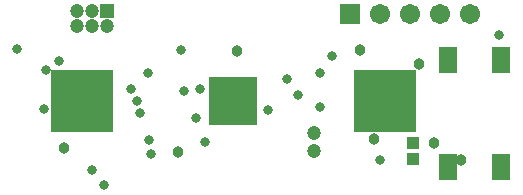
<source format=gbs>
G04 Layer_Color=16711935*
%FSLAX25Y25*%
%MOIN*%
G70*
G01*
G75*
%ADD40R,0.04343X0.03950*%
%ADD48C,0.04737*%
%ADD49R,0.04737X0.04737*%
%ADD50R,0.06706X0.06706*%
%ADD51C,0.06706*%
%ADD52C,0.03300*%
%ADD53C,0.03800*%
%ADD54R,0.20800X0.20800*%
%ADD55R,0.16391X0.16391*%
%ADD56R,0.06312X0.09068*%
D40*
X881000Y11244D02*
D03*
Y16756D02*
D03*
D48*
X848000Y20000D02*
D03*
Y14000D02*
D03*
X769000Y55500D02*
D03*
Y60500D02*
D03*
X774000Y55500D02*
D03*
Y60500D02*
D03*
X779000Y55500D02*
D03*
D49*
Y60500D02*
D03*
D50*
X860000Y59500D02*
D03*
D51*
X870000D02*
D03*
X880000D02*
D03*
X890000D02*
D03*
X900000D02*
D03*
D52*
X870000Y11000D02*
D03*
X854000Y45500D02*
D03*
X850000Y28500D02*
D03*
X909500Y52500D02*
D03*
X811500Y17000D02*
D03*
X810000Y34500D02*
D03*
X850000Y40000D02*
D03*
X808500Y25000D02*
D03*
X839000Y38000D02*
D03*
X842500Y32500D02*
D03*
X832500Y27500D02*
D03*
X792500Y40000D02*
D03*
X803500Y47500D02*
D03*
X804500Y34000D02*
D03*
X793000Y17500D02*
D03*
X790000Y26500D02*
D03*
X789000Y30500D02*
D03*
X787000Y34500D02*
D03*
X793500Y13000D02*
D03*
X763000Y44000D02*
D03*
X758500Y41000D02*
D03*
X758000Y28000D02*
D03*
X749000Y48000D02*
D03*
X778000Y2500D02*
D03*
X774000Y7500D02*
D03*
D53*
X868000Y18000D02*
D03*
X863227Y47550D02*
D03*
X764500Y15000D02*
D03*
X802374Y13626D02*
D03*
X897000Y11000D02*
D03*
X888000Y16500D02*
D03*
X822276Y47276D02*
D03*
X883000Y43000D02*
D03*
D54*
X770500Y30500D02*
D03*
X871484D02*
D03*
D55*
X820992D02*
D03*
D56*
X910217Y44327D02*
D03*
Y8500D02*
D03*
X892500Y44327D02*
D03*
Y8500D02*
D03*
M02*

</source>
